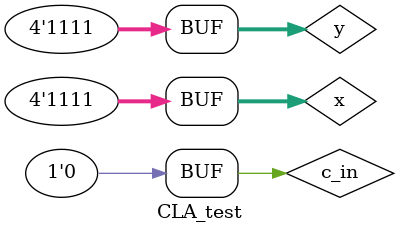
<source format=v>
`timescale 1ns / 1ps


module CLA_test;

	// Inputs
	reg [3:0] x;
	reg [3:0] y;
	reg c_in;

	// Outputs
	wire c_out;
	wire [3:0] sum;

	// Instantiate the Unit Under Test (UUT)
	CLA uut (
		.c_out(c_out), 
		.sum(sum), 
		.x(x), 
		.y(y), 
		.c_in(c_in)
	);

	initial begin
		// Initialize Inputs
		x = 4'b0000;
		y = 4'b0000;
		c_in = 0;
		// Wait 100 ns for global reset to finish
		#3.5;
      repeat(15)
		begin
		y = 4'b0000;
		repeat(15)
		begin
		#3.5;
		y = y + 4'b0001;
		end
		#3.5;
		x = x+4'b0001;
		end
		// Add stimulus here

	end
      
endmodule


</source>
